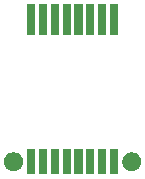
<source format=gbr>
G04 #@! TF.GenerationSoftware,KiCad,Pcbnew,(5.1.2)-2*
G04 #@! TF.CreationDate,2020-02-28T15:20:04+01:00*
G04 #@! TF.ProjectId,FFC,4646432e-6b69-4636-9164-5f7063625858,rev?*
G04 #@! TF.SameCoordinates,PX5f5e100PY5f5e100*
G04 #@! TF.FileFunction,Soldermask,Top*
G04 #@! TF.FilePolarity,Negative*
%FSLAX46Y46*%
G04 Gerber Fmt 4.6, Leading zero omitted, Abs format (unit mm)*
G04 Created by KiCad (PCBNEW (5.1.2)-2) date 2020-02-28 15:20:04*
%MOMM*%
%LPD*%
G04 APERTURE LIST*
%ADD10C,0.100000*%
G04 APERTURE END LIST*
D10*
G36*
X-3149000Y449000D02*
G01*
X-3851000Y449000D01*
X-3851000Y2551000D01*
X-3149000Y2551000D01*
X-3149000Y449000D01*
X-3149000Y449000D01*
G37*
G36*
X-1149000Y449000D02*
G01*
X-1851000Y449000D01*
X-1851000Y2551000D01*
X-1149000Y2551000D01*
X-1149000Y449000D01*
X-1149000Y449000D01*
G37*
G36*
X851000Y449000D02*
G01*
X149000Y449000D01*
X149000Y2551000D01*
X851000Y2551000D01*
X851000Y449000D01*
X851000Y449000D01*
G37*
G36*
X-2149000Y449000D02*
G01*
X-2851000Y449000D01*
X-2851000Y2551000D01*
X-2149000Y2551000D01*
X-2149000Y449000D01*
X-2149000Y449000D01*
G37*
G36*
X-149000Y449000D02*
G01*
X-851000Y449000D01*
X-851000Y2551000D01*
X-149000Y2551000D01*
X-149000Y449000D01*
X-149000Y449000D01*
G37*
G36*
X1851000Y449000D02*
G01*
X1149000Y449000D01*
X1149000Y2551000D01*
X1851000Y2551000D01*
X1851000Y449000D01*
X1851000Y449000D01*
G37*
G36*
X3851000Y449000D02*
G01*
X3149000Y449000D01*
X3149000Y2551000D01*
X3851000Y2551000D01*
X3851000Y449000D01*
X3851000Y449000D01*
G37*
G36*
X2851000Y449000D02*
G01*
X2149000Y449000D01*
X2149000Y2551000D01*
X2851000Y2551000D01*
X2851000Y449000D01*
X2851000Y449000D01*
G37*
G36*
X5233642Y2270219D02*
G01*
X5379414Y2209838D01*
X5379416Y2209837D01*
X5510608Y2122178D01*
X5622178Y2010608D01*
X5709837Y1879416D01*
X5709838Y1879414D01*
X5770219Y1733642D01*
X5801000Y1578893D01*
X5801000Y1421107D01*
X5770219Y1266358D01*
X5709838Y1120586D01*
X5709837Y1120584D01*
X5622178Y989392D01*
X5510608Y877822D01*
X5379416Y790163D01*
X5379415Y790162D01*
X5379414Y790162D01*
X5233642Y729781D01*
X5078893Y699000D01*
X4921107Y699000D01*
X4766358Y729781D01*
X4620586Y790162D01*
X4620585Y790162D01*
X4620584Y790163D01*
X4489392Y877822D01*
X4377822Y989392D01*
X4290163Y1120584D01*
X4290162Y1120586D01*
X4229781Y1266358D01*
X4199000Y1421107D01*
X4199000Y1578893D01*
X4229781Y1733642D01*
X4290162Y1879414D01*
X4290163Y1879416D01*
X4377822Y2010608D01*
X4489392Y2122178D01*
X4620584Y2209837D01*
X4620586Y2209838D01*
X4766358Y2270219D01*
X4921107Y2301000D01*
X5078893Y2301000D01*
X5233642Y2270219D01*
X5233642Y2270219D01*
G37*
G36*
X-4766358Y2270219D02*
G01*
X-4620586Y2209838D01*
X-4620584Y2209837D01*
X-4489392Y2122178D01*
X-4377822Y2010608D01*
X-4290163Y1879416D01*
X-4290162Y1879414D01*
X-4229781Y1733642D01*
X-4199000Y1578893D01*
X-4199000Y1421107D01*
X-4229781Y1266358D01*
X-4290162Y1120586D01*
X-4290163Y1120584D01*
X-4377822Y989392D01*
X-4489392Y877822D01*
X-4620584Y790163D01*
X-4620585Y790162D01*
X-4620586Y790162D01*
X-4766358Y729781D01*
X-4921107Y699000D01*
X-5078893Y699000D01*
X-5233642Y729781D01*
X-5379414Y790162D01*
X-5379415Y790162D01*
X-5379416Y790163D01*
X-5510608Y877822D01*
X-5622178Y989392D01*
X-5709837Y1120584D01*
X-5709838Y1120586D01*
X-5770219Y1266358D01*
X-5801000Y1421107D01*
X-5801000Y1578893D01*
X-5770219Y1733642D01*
X-5709838Y1879414D01*
X-5709837Y1879416D01*
X-5622178Y2010608D01*
X-5510608Y2122178D01*
X-5379416Y2209837D01*
X-5379414Y2209838D01*
X-5233642Y2270219D01*
X-5078893Y2301000D01*
X-4921107Y2301000D01*
X-4766358Y2270219D01*
X-4766358Y2270219D01*
G37*
G36*
X1851000Y12234000D02*
G01*
X1149000Y12234000D01*
X1149000Y14836000D01*
X1851000Y14836000D01*
X1851000Y12234000D01*
X1851000Y12234000D01*
G37*
G36*
X3851000Y12234000D02*
G01*
X3149000Y12234000D01*
X3149000Y14836000D01*
X3851000Y14836000D01*
X3851000Y12234000D01*
X3851000Y12234000D01*
G37*
G36*
X2851000Y12234000D02*
G01*
X2149000Y12234000D01*
X2149000Y14836000D01*
X2851000Y14836000D01*
X2851000Y12234000D01*
X2851000Y12234000D01*
G37*
G36*
X-3149000Y12234000D02*
G01*
X-3851000Y12234000D01*
X-3851000Y14836000D01*
X-3149000Y14836000D01*
X-3149000Y12234000D01*
X-3149000Y12234000D01*
G37*
G36*
X-1149000Y12234000D02*
G01*
X-1851000Y12234000D01*
X-1851000Y14836000D01*
X-1149000Y14836000D01*
X-1149000Y12234000D01*
X-1149000Y12234000D01*
G37*
G36*
X851000Y12234000D02*
G01*
X149000Y12234000D01*
X149000Y14836000D01*
X851000Y14836000D01*
X851000Y12234000D01*
X851000Y12234000D01*
G37*
G36*
X-2149000Y12234000D02*
G01*
X-2851000Y12234000D01*
X-2851000Y14836000D01*
X-2149000Y14836000D01*
X-2149000Y12234000D01*
X-2149000Y12234000D01*
G37*
G36*
X-149000Y12234000D02*
G01*
X-851000Y12234000D01*
X-851000Y14836000D01*
X-149000Y14836000D01*
X-149000Y12234000D01*
X-149000Y12234000D01*
G37*
M02*

</source>
